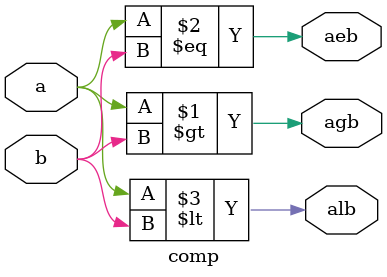
<source format=v>
module comp(a,b,agb,aeb,alb);
	parameter n=1;
	input [n-1:0] a, b;
	output agb; //a is greater than b
	output aeb; // a is equal to b
	output alb; // a is less than b
	assign agb=(a>b);
	assign aeb=(a==b);
	assign alb=(a<b);
endmodule
 
</source>
